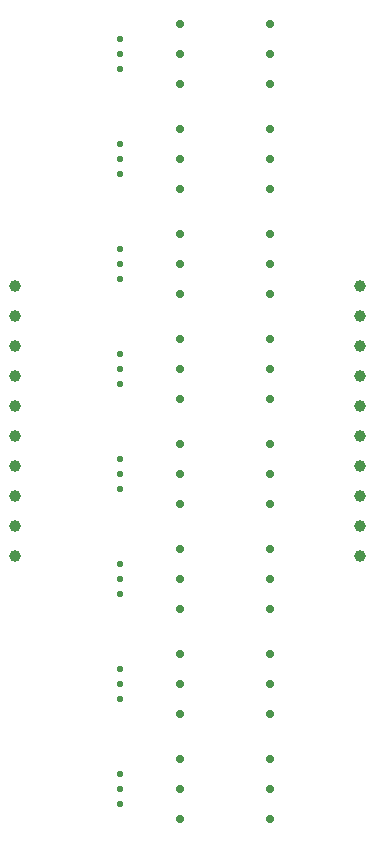
<source format=gbr>
%TF.GenerationSoftware,KiCad,Pcbnew,7.0.11*%
%TF.CreationDate,2024-05-21T02:16:19+02:00*%
%TF.ProjectId,Untitled,556e7469-746c-4656-942e-6b696361645f,1.0*%
%TF.SameCoordinates,Original*%
%TF.FileFunction,Plated,1,2,PTH,Drill*%
%TF.FilePolarity,Positive*%
%FSLAX46Y46*%
G04 Gerber Fmt 4.6, Leading zero omitted, Abs format (unit mm)*
G04 Created by KiCad (PCBNEW 7.0.11) date 2024-05-21 02:16:19*
%MOMM*%
%LPD*%
G01*
G04 APERTURE LIST*
%TA.AperFunction,ComponentDrill*%
%ADD10C,0.550000*%
%TD*%
%TA.AperFunction,ComponentDrill*%
%ADD11C,0.700000*%
%TD*%
%TA.AperFunction,ComponentDrill*%
%ADD12C,1.000000*%
%TD*%
G04 APERTURE END LIST*
D10*
%TO.C,Q8*%
X81280000Y-45720000D03*
X81280000Y-46990000D03*
X81280000Y-48260000D03*
%TO.C,Q7*%
X81280000Y-54610000D03*
X81280000Y-55880000D03*
X81280000Y-57150000D03*
%TO.C,Q6*%
X81280000Y-63500000D03*
X81280000Y-64770000D03*
X81280000Y-66040000D03*
%TO.C,Q5*%
X81280000Y-72390000D03*
X81280000Y-73660000D03*
X81280000Y-74930000D03*
%TO.C,Q4*%
X81280000Y-81280000D03*
X81280000Y-82550000D03*
X81280000Y-83820000D03*
%TO.C,Q3*%
X81280000Y-90170000D03*
X81280000Y-91440000D03*
X81280000Y-92710000D03*
%TO.C,Q2*%
X81280000Y-99060000D03*
X81280000Y-100330000D03*
X81280000Y-101600000D03*
%TO.C,Q1*%
X81280000Y-107950000D03*
X81280000Y-109220000D03*
X81280000Y-110490000D03*
D11*
%TO.C,R83*%
X86360000Y-44450000D03*
%TO.C,R81*%
X86360000Y-46990000D03*
%TO.C,R82*%
X86360000Y-49530000D03*
%TO.C,R73*%
X86360000Y-53340000D03*
%TO.C,R71*%
X86360000Y-55880000D03*
%TO.C,R72*%
X86360000Y-58420000D03*
%TO.C,R63*%
X86360000Y-62230000D03*
%TO.C,R61*%
X86360000Y-64770000D03*
%TO.C,R62*%
X86360000Y-67310000D03*
%TO.C,R53*%
X86360000Y-71120000D03*
%TO.C,R51*%
X86360000Y-73660000D03*
%TO.C,R52*%
X86360000Y-76200000D03*
%TO.C,R43*%
X86360000Y-80010000D03*
%TO.C,R41*%
X86360000Y-82550000D03*
%TO.C,R42*%
X86360000Y-85090000D03*
%TO.C,R33*%
X86360000Y-88900000D03*
%TO.C,R31*%
X86360000Y-91440000D03*
%TO.C,R32*%
X86360000Y-93980000D03*
%TO.C,R23*%
X86360000Y-97790000D03*
%TO.C,R21*%
X86360000Y-100330000D03*
%TO.C,R22*%
X86360000Y-102870000D03*
%TO.C,R13*%
X86360000Y-106680000D03*
%TO.C,R11*%
X86360000Y-109220000D03*
%TO.C,R12*%
X86360000Y-111760000D03*
%TO.C,R83*%
X93980000Y-44450000D03*
%TO.C,R81*%
X93980000Y-46990000D03*
%TO.C,R82*%
X93980000Y-49530000D03*
%TO.C,R73*%
X93980000Y-53340000D03*
%TO.C,R71*%
X93980000Y-55880000D03*
%TO.C,R72*%
X93980000Y-58420000D03*
%TO.C,R63*%
X93980000Y-62230000D03*
%TO.C,R61*%
X93980000Y-64770000D03*
%TO.C,R62*%
X93980000Y-67310000D03*
%TO.C,R53*%
X93980000Y-71120000D03*
%TO.C,R51*%
X93980000Y-73660000D03*
%TO.C,R52*%
X93980000Y-76200000D03*
%TO.C,R43*%
X93980000Y-80010000D03*
%TO.C,R41*%
X93980000Y-82550000D03*
%TO.C,R42*%
X93980000Y-85090000D03*
%TO.C,R33*%
X93980000Y-88900000D03*
%TO.C,R31*%
X93980000Y-91440000D03*
%TO.C,R32*%
X93980000Y-93980000D03*
%TO.C,R23*%
X93980000Y-97790000D03*
%TO.C,R21*%
X93980000Y-100330000D03*
%TO.C,R22*%
X93980000Y-102870000D03*
%TO.C,R13*%
X93980000Y-106680000D03*
%TO.C,R11*%
X93980000Y-109220000D03*
%TO.C,R12*%
X93980000Y-111760000D03*
D12*
%TO.C,J2*%
X72390000Y-66680000D03*
X72390000Y-69220000D03*
X72390000Y-71760000D03*
X72390000Y-74300000D03*
X72390000Y-76840000D03*
X72390000Y-79380000D03*
X72390000Y-81920000D03*
X72390000Y-84460000D03*
X72390000Y-87000000D03*
X72390000Y-89540000D03*
%TO.C,J1*%
X101600000Y-66675000D03*
X101600000Y-69215000D03*
X101600000Y-71755000D03*
X101600000Y-74295000D03*
X101600000Y-76835000D03*
X101600000Y-79375000D03*
X101600000Y-81915000D03*
X101600000Y-84455000D03*
X101600000Y-86995000D03*
X101600000Y-89535000D03*
M02*

</source>
